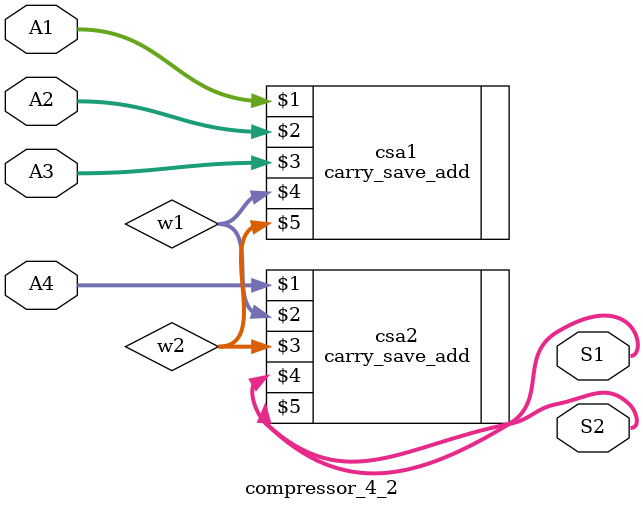
<source format=v>
`timescale 1ns / 1ps
module compressor_4_2(
    input [31:0] A1,
    input [31:0] A2,
    input [31:0] A3,
    input [31:0] A4,
    output [31:0] S1,
    output [31:0] S2
    );
	
	wire [31:0] w1, w2;

	carry_save_add csa1 (A1, A2, A3, w1, w2);
	carry_save_add	csa2 (A4, w1, w2, S1, S2);

endmodule

</source>
